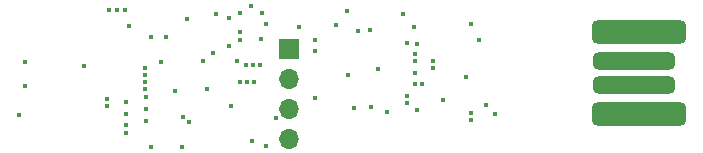
<source format=gbr>
%TF.GenerationSoftware,KiCad,Pcbnew,8.0.4*%
%TF.CreationDate,2024-10-06T23:59:02+02:00*%
%TF.ProjectId,elrs-sim,656c7273-2d73-4696-9d2e-6b696361645f,rev?*%
%TF.SameCoordinates,Original*%
%TF.FileFunction,Copper,L4,Inr*%
%TF.FilePolarity,Positive*%
%FSLAX46Y46*%
G04 Gerber Fmt 4.6, Leading zero omitted, Abs format (unit mm)*
G04 Created by KiCad (PCBNEW 8.0.4) date 2024-10-06 23:59:02*
%MOMM*%
%LPD*%
G01*
G04 APERTURE LIST*
G04 Aperture macros list*
%AMRoundRect*
0 Rectangle with rounded corners*
0 $1 Rounding radius*
0 $2 $3 $4 $5 $6 $7 $8 $9 X,Y pos of 4 corners*
0 Add a 4 corners polygon primitive as box body*
4,1,4,$2,$3,$4,$5,$6,$7,$8,$9,$2,$3,0*
0 Add four circle primitives for the rounded corners*
1,1,$1+$1,$2,$3*
1,1,$1+$1,$4,$5*
1,1,$1+$1,$6,$7*
1,1,$1+$1,$8,$9*
0 Add four rect primitives between the rounded corners*
20,1,$1+$1,$2,$3,$4,$5,0*
20,1,$1+$1,$4,$5,$6,$7,0*
20,1,$1+$1,$6,$7,$8,$9,0*
20,1,$1+$1,$8,$9,$2,$3,0*%
G04 Aperture macros list end*
%TA.AperFunction,ComponentPad*%
%ADD10R,1.700000X1.700000*%
%TD*%
%TA.AperFunction,ComponentPad*%
%ADD11O,1.700000X1.700000*%
%TD*%
%TA.AperFunction,ComponentPad*%
%ADD12RoundRect,0.500000X-3.500000X0.500000X-3.500000X-0.500000X3.500000X-0.500000X3.500000X0.500000X0*%
%TD*%
%TA.AperFunction,ComponentPad*%
%ADD13RoundRect,0.500000X-3.000000X0.250000X-3.000000X-0.250000X3.000000X-0.250000X3.000000X0.250000X0*%
%TD*%
%TA.AperFunction,ViaPad*%
%ADD14C,0.450000*%
%TD*%
G04 APERTURE END LIST*
D10*
%TO.N,GND*%
%TO.C,J2*%
X139300000Y-106900000D03*
D11*
%TO.N,USB_VBUS*%
X139300000Y-109440000D03*
%TO.N,Net-(J2-Pin_3)*%
X139300000Y-111980000D03*
%TO.N,Net-(J2-Pin_4)*%
X139300000Y-114520000D03*
%TD*%
D12*
%TO.N,unconnected-(J3-Pin_1-Pad1)*%
%TO.C,J3*%
X169000000Y-105500000D03*
D13*
%TO.N,unconnected-(J3-Pin_2-Pad2)*%
X168500000Y-107950000D03*
%TO.N,unconnected-(J3-Pin_3-Pad3)*%
X168500000Y-110000000D03*
D12*
%TO.N,unconnected-(J3-Pin_4-Pad4)*%
X169000000Y-112450000D03*
%TD*%
D14*
%TO.N,GND*%
X146825000Y-108625000D03*
X129700000Y-110500000D03*
X149905000Y-105025000D03*
X134450000Y-111750000D03*
X154325000Y-109325000D03*
X147605000Y-112225000D03*
X134900000Y-107950000D03*
%TO.N,+3.3V*%
X127600000Y-115200000D03*
X134250000Y-104300000D03*
X132350000Y-110350000D03*
X130300000Y-115200000D03*
X128900000Y-105900000D03*
X140200000Y-105100000D03*
X136150000Y-114750000D03*
X130700000Y-104400000D03*
X127600000Y-105900000D03*
X123900000Y-111750000D03*
%TO.N,IRS*%
X155425000Y-106180000D03*
X152325000Y-111225000D03*
%TO.N,BUSY*%
X150150000Y-106525000D03*
X145125000Y-105425000D03*
%TO.N,NRST*%
X150025000Y-107925000D03*
X154725000Y-104825000D03*
%TO.N,ESP_SCK*%
X156000020Y-111695003D03*
X149325000Y-110925000D03*
%TO.N,ESP_MOSI*%
X154698938Y-112924436D03*
X150025000Y-108925000D03*
%TO.N,ESP_MISO*%
X154725000Y-112325000D03*
X150025000Y-109925000D03*
%TO.N,DIO_1*%
X149325000Y-106425000D03*
X151525000Y-108525000D03*
%TO.N,+3.3V_SW*%
X134250000Y-106700000D03*
X144800000Y-111900000D03*
X150200000Y-112100000D03*
X148950000Y-104000000D03*
X144325000Y-109125000D03*
X137000000Y-103900000D03*
X143300000Y-104900000D03*
X146300000Y-111800000D03*
X150625003Y-109925000D03*
X141500000Y-111050000D03*
%TO.N,NSS*%
X156750000Y-112400000D03*
X151525000Y-107925000D03*
%TO.N,ESP_LED*%
X144200000Y-103700000D03*
X149325000Y-111525000D03*
%TO.N,ESP_BOOT*%
X146200000Y-105300000D03*
X150025000Y-107325000D03*
%TO.N,USB_DN*%
X124750000Y-103600000D03*
X117000000Y-110075000D03*
%TO.N,USB_DP*%
X117000000Y-108025000D03*
X124050000Y-103600000D03*
%TO.N,USB_VBUS*%
X116500000Y-112525000D03*
X125500000Y-114000000D03*
%TO.N,RP2040_RX*%
X135200000Y-106125003D03*
X130850000Y-113150000D03*
%TO.N,RP2040_TX*%
X136100000Y-103325000D03*
X130350000Y-112650000D03*
%TO.N,Net-(U1-VREG_VOUT)*%
X127100000Y-110350003D03*
X127100000Y-108549997D03*
X123900000Y-111149997D03*
X132050000Y-107975000D03*
X122000000Y-108400000D03*
%TO.N,RP2040_LED*%
X128450000Y-108000000D03*
X133150000Y-104000000D03*
%TO.N,QSPI_SS*%
X125500000Y-113400000D03*
X136900247Y-108300000D03*
X132900000Y-107300000D03*
%TO.N,QSPI_SD2*%
X125500000Y-112400000D03*
X135700241Y-108300000D03*
%TO.N,QSPI_SD3*%
X127200000Y-111000000D03*
X136400003Y-109700000D03*
%TO.N,QSPI_SD1*%
X136300244Y-108300000D03*
X127200000Y-113000000D03*
%TO.N,QSPI_SD0*%
X135200000Y-109700000D03*
X127200000Y-112000000D03*
%TO.N,QSPI_SCLK*%
X135800000Y-109700000D03*
X125499381Y-111400341D03*
%TO.N,RP2040_RX_NO*%
X135200000Y-105525000D03*
X141500000Y-107100000D03*
%TO.N,RP2040_TX_NC*%
X137400000Y-115100000D03*
X137400000Y-104850000D03*
%TO.N,Net-(U1-USB_DP)*%
X125750000Y-104950000D03*
X127100000Y-109750000D03*
%TO.N,Net-(U1-USB_DM)*%
X125450000Y-103600000D03*
X127100000Y-109150000D03*
%TO.N,RP2040_TX_NO*%
X141500000Y-106150000D03*
X135200000Y-103900000D03*
%TO.N,RP2040_RX_NC*%
X136950000Y-106100000D03*
X138250000Y-112750000D03*
%TD*%
M02*

</source>
